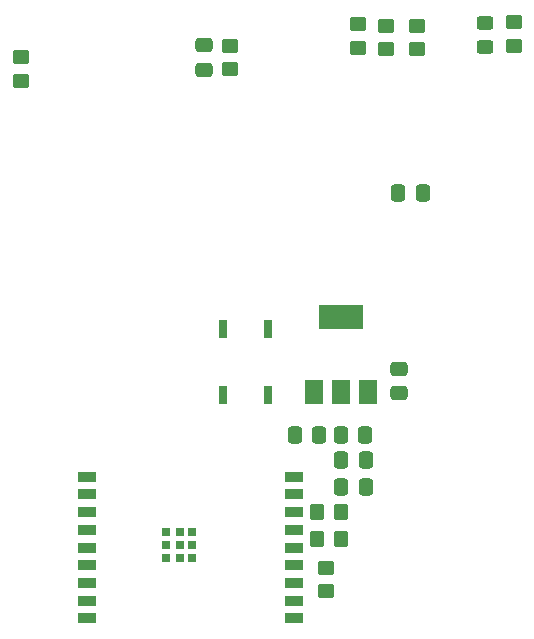
<source format=gbr>
%TF.GenerationSoftware,KiCad,Pcbnew,(6.0.2)*%
%TF.CreationDate,2022-03-04T10:51:53-05:00*%
%TF.ProjectId,bottom,626f7474-6f6d-42e6-9b69-6361645f7063,rev?*%
%TF.SameCoordinates,Original*%
%TF.FileFunction,Paste,Top*%
%TF.FilePolarity,Positive*%
%FSLAX46Y46*%
G04 Gerber Fmt 4.6, Leading zero omitted, Abs format (unit mm)*
G04 Created by KiCad (PCBNEW (6.0.2)) date 2022-03-04 10:51:53*
%MOMM*%
%LPD*%
G01*
G04 APERTURE LIST*
G04 Aperture macros list*
%AMRoundRect*
0 Rectangle with rounded corners*
0 $1 Rounding radius*
0 $2 $3 $4 $5 $6 $7 $8 $9 X,Y pos of 4 corners*
0 Add a 4 corners polygon primitive as box body*
4,1,4,$2,$3,$4,$5,$6,$7,$8,$9,$2,$3,0*
0 Add four circle primitives for the rounded corners*
1,1,$1+$1,$2,$3*
1,1,$1+$1,$4,$5*
1,1,$1+$1,$6,$7*
1,1,$1+$1,$8,$9*
0 Add four rect primitives between the rounded corners*
20,1,$1+$1,$2,$3,$4,$5,0*
20,1,$1+$1,$4,$5,$6,$7,0*
20,1,$1+$1,$6,$7,$8,$9,0*
20,1,$1+$1,$8,$9,$2,$3,0*%
G04 Aperture macros list end*
%ADD10R,1.500000X2.000000*%
%ADD11R,3.800000X2.000000*%
%ADD12RoundRect,0.250000X-0.450000X0.350000X-0.450000X-0.350000X0.450000X-0.350000X0.450000X0.350000X0*%
%ADD13R,0.762000X1.524000*%
%ADD14RoundRect,0.250000X0.450000X-0.350000X0.450000X0.350000X-0.450000X0.350000X-0.450000X-0.350000X0*%
%ADD15RoundRect,0.250000X0.475000X-0.337500X0.475000X0.337500X-0.475000X0.337500X-0.475000X-0.337500X0*%
%ADD16RoundRect,0.250000X-0.337500X-0.475000X0.337500X-0.475000X0.337500X0.475000X-0.337500X0.475000X0*%
%ADD17RoundRect,0.250000X-0.450000X0.325000X-0.450000X-0.325000X0.450000X-0.325000X0.450000X0.325000X0*%
%ADD18R,1.500000X0.900000*%
%ADD19R,0.700000X0.700000*%
%ADD20RoundRect,0.250000X-0.350000X-0.450000X0.350000X-0.450000X0.350000X0.450000X-0.350000X0.450000X0*%
G04 APERTURE END LIST*
D10*
%TO.C,U4*%
X167009860Y-113980000D03*
X169309860Y-113980000D03*
X171609860Y-113980000D03*
D11*
X169309860Y-107680000D03*
%TD*%
D12*
%TO.C,R3*%
X173109860Y-82980000D03*
X173109860Y-84980000D03*
%TD*%
D13*
%TO.C,S1*%
X159309860Y-114280000D03*
X159309860Y-108692000D03*
X163119860Y-114280000D03*
X163119860Y-108692000D03*
%TD*%
D14*
%TO.C,R12*%
X168009860Y-130880000D03*
X168009860Y-128880000D03*
%TD*%
D15*
%TO.C,C2*%
X157709860Y-86717500D03*
X157709860Y-84642500D03*
%TD*%
D12*
%TO.C,R10*%
X183909860Y-82680000D03*
X183909860Y-84680000D03*
%TD*%
D15*
%TO.C,C4*%
X174209860Y-114117500D03*
X174209860Y-112042500D03*
%TD*%
D16*
%TO.C,C6*%
X169309860Y-122080000D03*
X171384860Y-122080000D03*
%TD*%
D12*
%TO.C,R4*%
X175709860Y-82980000D03*
X175709860Y-84980000D03*
%TD*%
D17*
%TO.C,D2*%
X181509860Y-82730000D03*
X181509860Y-84780000D03*
%TD*%
D18*
%TO.C,U5*%
X165309860Y-133180000D03*
X165309860Y-131680000D03*
X165309860Y-130180000D03*
X165309860Y-128680000D03*
X165309860Y-127180000D03*
X165309860Y-125680000D03*
X165309860Y-124180000D03*
X165309860Y-122680000D03*
X165309860Y-121180000D03*
X147809860Y-121180000D03*
X147809860Y-122680000D03*
X147809860Y-124180000D03*
X147809860Y-125680000D03*
X147809860Y-127180000D03*
X147809860Y-128680000D03*
X147809860Y-130180000D03*
X147809860Y-131680000D03*
X147809860Y-133180000D03*
D19*
X156699860Y-126980000D03*
X156699860Y-128080000D03*
X154499860Y-128080000D03*
X155649860Y-125880000D03*
X154499860Y-126980000D03*
X154499860Y-125880000D03*
X155649860Y-126980000D03*
X155649860Y-128080000D03*
X156699860Y-125880000D03*
%TD*%
D20*
%TO.C,R14*%
X167309860Y-124180000D03*
X169309860Y-124180000D03*
%TD*%
D12*
%TO.C,R7*%
X142209860Y-85680000D03*
X142209860Y-87680000D03*
%TD*%
D16*
%TO.C,C5*%
X169272360Y-117680000D03*
X171347360Y-117680000D03*
%TD*%
D20*
%TO.C,R11*%
X167309860Y-126480000D03*
X169309860Y-126480000D03*
%TD*%
D12*
%TO.C,R8*%
X159909860Y-84680000D03*
X159909860Y-86680000D03*
%TD*%
D16*
%TO.C,C8*%
X165372360Y-117680000D03*
X167447360Y-117680000D03*
%TD*%
%TO.C,C7*%
X169309860Y-119780000D03*
X171384860Y-119780000D03*
%TD*%
D12*
%TO.C,R2*%
X170709860Y-82880000D03*
X170709860Y-84880000D03*
%TD*%
D16*
%TO.C,C1*%
X174134860Y-97180000D03*
X176209860Y-97180000D03*
%TD*%
M02*

</source>
